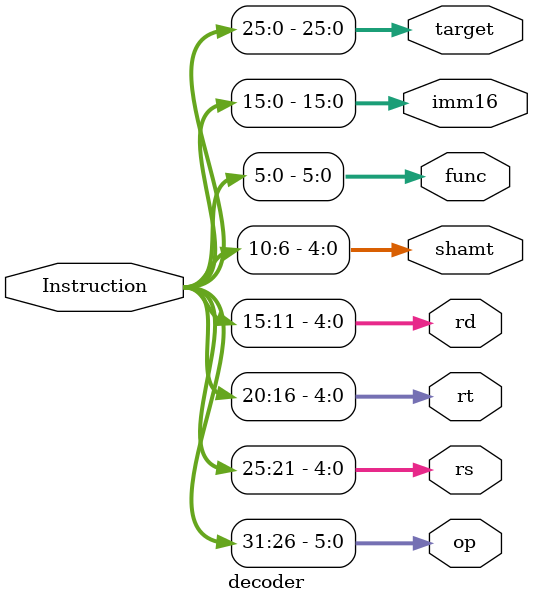
<source format=v>
module decoder(input [31:0] Instruction,
                    output [5:0] op,
                    output [4:0] rs,
                    output [4:0] rt,
                    output [4:0] rd,
                    output [4:0] shamt,
                    output [5:0] func,
                    output [15:0] imm16,
                    output [25:0] target);

    assign op = Instruction[31:26];
    assign rs = Instruction[25:21];
    assign rt = Instruction[20:16];
    assign rd = Instruction[15:11];
    assign shamt = Instruction[10:6];
    assign func = Instruction[5:0];
    assign imm16 = Instruction[15:0];
    assign target = Instruction[25:0];

endmodule
</source>
